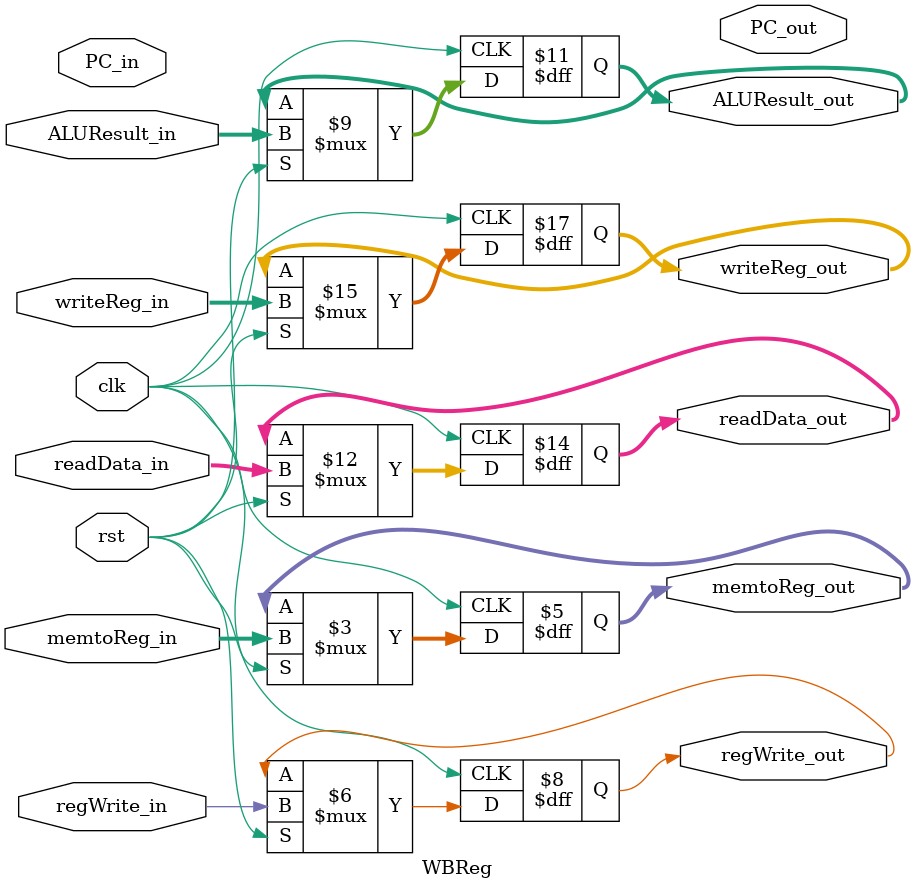
<source format=v>
module WBReg(
    input clk,
    input rst,
    input [1:0] memtoReg_in,
    input regWrite_in,
    input [31:0] ALUResult_in,
    input [31:0] readData_in,
    input [4:0] writeReg_in,
    input [31:0] PC_in,
    output reg [1:0] memtoReg_out,
    output reg regWrite_out,
    output reg [31:0] ALUResult_out,
    output reg [31:0] readData_out,
    output reg [4:0] writeReg_out,
    output reg [31:0] PC_out
);
    always @(posedge clk, negedge rst) begin
        if (~rst) begin
            memtoReg_out <= memtoReg_out;
            regWrite_out <= regWrite_out;
            ALUResult_out <= ALUResult_out;
            readData_out <= readData_out;
            writeReg_out <= writeReg_out;
            PCplus4_out <= PCplus4_out;
        end
        else begin
            memtoReg_out <= memtoReg_in;
            regWrite_out <= regWrite_in;
            ALUResult_out <= ALUResult_in;
            readData_out <= readData_in;
            writeReg_out <= writeReg_in;
            PCplus4_out <= PCplus4_in;
        end
    end

endmodule

</source>
